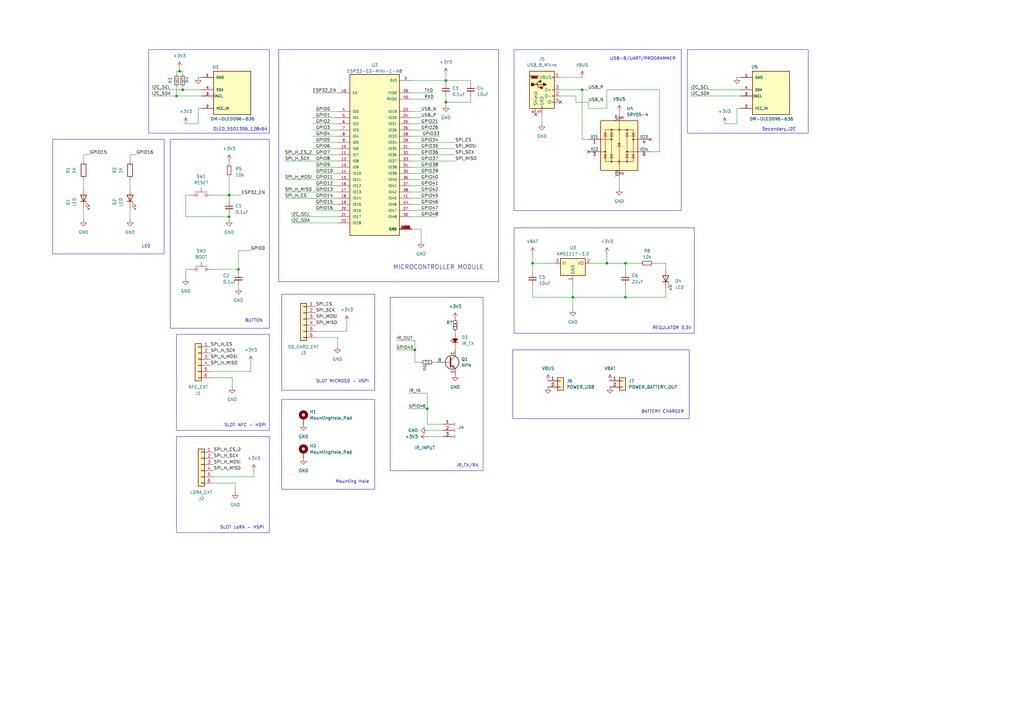
<source format=kicad_sch>
(kicad_sch (version 20231120) (generator "eeschema") (generator_version "8.0")
  (paper "A3")
  (title_block (title "SourceForge") (date "2024-12-31") (comment 1 "MIF") (comment 2 "SF"))
  (lib_symbols
    (symbol "Connector:Conn_01x03_Socket" (pin_names (offset 1.016) hide)
      (property "Reference" "J" (at 0 5.08 0))
      (property "Value" "Conn_01x03_Socket" (at 0 -5.08 0))
      (symbol "Conn_01x03_Socket_1_1"
        (pin passive line (at -5.08 2.54 0) (length 3.81) (name "Pin_1") (number "1"))
        (pin passive line (at -5.08 0 0) (length 3.81) (name "Pin_2") (number "2"))
        (pin passive line (at -5.08 -2.54 0) (length 3.81) (name "Pin_3") (number "3"))
      )
    )
    (symbol "Connector:USB_B_Micro" (pin_names (offset 1.016))
      (property "Reference" "J" (at -5.08 11.43 0))
      (property "Value" "USB_B_Micro" (at -5.08 8.89 0))
      (symbol "USB_B_Micro_1_1"
        (pin power_out line (at 7.62 5.08 180) (length 2.54) (name "VBUS") (number "1"))
        (pin bidirectional line (at 7.62 -2.54 180) (length 2.54) (name "D-") (number "2"))
        (pin bidirectional line (at 7.62 0 180) (length 2.54) (name "D+") (number "3"))
        (pin passive line (at 7.62 -5.08 180) (length 2.54) (name "ID") (number "4"))
        (pin power_out line (at 0 -10.16 90) (length 2.54) (name "GND") (number "5"))
        (pin passive line (at -2.54 -10.16 90) (length 2.54) (name "Shield") (number "6"))
      )
    )
    (symbol "Connector_Generic:Conn_01x02" (pin_names (offset 1.016) hide)
      (property "Reference" "J" (at 0 2.54 0))
      (property "Value" "Conn_01x02" (at 0 -5.08 0))
      (symbol "Conn_01x02_1_1"
        (pin passive line (at -5.08 0 0) (length 3.81) (name "Pin_1") (number "1"))
        (pin passive line (at -5.08 -2.54 0) (length 3.81) (name "Pin_2") (number "2"))
      )
    )
    (symbol "Connector_Generic:Conn_01x06" (pin_names (offset 1.016) hide)
      (property "Reference" "J" (at 0 7.62 0))
      (property "Value" "Conn_01x06" (at 0 -10.16 0))
      (symbol "Conn_01x06_1_1"
        (pin passive line (at -5.08 5.08 0) (length 3.81) (name "Pin_1") (number "1"))
        (pin passive line (at -5.08 2.54 0) (length 3.81) (name "Pin_2") (number "2"))
        (pin passive line (at -5.08 0 0) (length 3.81) (name "Pin_3") (number "3"))
        (pin passive line (at -5.08 -2.54 0) (length 3.81) (name "Pin_4") (number "4"))
        (pin passive line (at -5.08 -5.08 0) (length 3.81) (name "Pin_5") (number "5"))
        (pin passive line (at -5.08 -7.62 0) (length 3.81) (name "Pin_6") (number "6"))
      )
    )
    (symbol "DM-OLED096-636:DM-OLED096-636" (pin_names (offset 1.016))
      (property "Reference" "U" (at -7.62 10.922 0))
      (property "Value" "DM-OLED096-636" (at -7.62 -10.16 0))
      (symbol "DM-OLED096-636_0_0"
        (pin power_in line (at 12.7 -5.08 180) (length 5.08) (name "GND") (number "1"))
        (pin power_in line (at 12.7 7.62 180) (length 5.08) (name "VCC_IN") (number "2"))
        (pin input clock (at 12.7 2.54 180) (length 5.08) (name "SCL") (number "3"))
        (pin bidirectional line (at 12.7 0 180) (length 5.08) (name "SDA") (number "4"))
      )
    )
    (symbol "Device:C_Small" (pin_numbers hide) (pin_names (offset 0.254) hide)
      (property "Reference" "C" (at 0.254 1.778 0))
      (property "Value" "C_Small" (at 0.254 -2.032 0))
      (symbol "C_Small_1_1"
        (pin passive line (at 0 2.54 270) (length 2.032) (name "~") (number "1"))
        (pin passive line (at 0 -2.54 90) (length 2.032) (name "~") (number "2"))
      )
    )
    (symbol "Device:LED" (pin_numbers hide) (pin_names (offset 1.016) hide)
      (property "Reference" "D" (at 0 2.54 0))
      (property "Value" "LED" (at 0 -2.54 0))
      (symbol "LED_1_1"
        (pin passive line (at -3.81 0 0) (length 2.54) (name "K") (number "1"))
        (pin passive line (at 3.81 0 180) (length 2.54) (name "A") (number "2"))
      )
    )
    (symbol "Device:LED_Small_Filled" (pin_numbers hide) (pin_names (offset 0.254) hide)
      (property "Reference" "D" (at -1.27 3.175 0))
      (property "Value" "LED_Small_Filled" (at -4.445 -2.54 0))
      (symbol "LED_Small_Filled_1_1"
        (pin passive line (at -2.54 0 0) (length 1.778) (name "K") (number "1"))
        (pin passive line (at 2.54 0 180) (length 1.778) (name "A") (number "2"))
      )
    )
    (symbol "Device:R" (pin_numbers hide) (pin_names (offset 0))
      (property "Reference" "R" (at 2.032 0 90))
      (property "Value" "R" (at 0 0 90))
      (symbol "R_1_1"
        (pin passive line (at 0 3.81 270) (length 1.27) (name "~") (number "1"))
        (pin passive line (at 0 -3.81 90) (length 1.27) (name "~") (number "2"))
      )
    )
    (symbol "Device:R_Small" (pin_numbers hide) (pin_names (offset 0.254) hide)
      (property "Reference" "R" (at 0.762 0.508 0))
      (property "Value" "R_Small" (at 0.762 -1.016 0))
      (symbol "R_Small_1_1"
        (pin passive line (at 0 2.54 270) (length 0.762) (name "~") (number "1"))
        (pin passive line (at 0 -2.54 90) (length 0.762) (name "~") (number "2"))
      )
    )
    (symbol "ESP32-S3-MINI-1-N8:ESP32-S3-MINI-1-N8" (pin_names (offset 1.016))
      (property "Reference" "U" (at -10.16 34.29 0))
      (property "Value" "ESP32-S3-MINI-1-N8" (at -10.16 -35.56 0))
      (symbol "ESP32-S3-MINI-1-N8_0_0"
        (pin power_in line (at 15.24 -30.48 180) (length 5.08) (name "GND") (number "1"))
        (pin bidirectional line (at -15.24 2.54 0) (length 5.08) (name "IO6") (number "10"))
        (pin bidirectional line (at -15.24 0 0) (length 5.08) (name "IO7") (number "11"))
        (pin bidirectional line (at -15.24 -2.54 0) (length 5.08) (name "IO8") (number "12"))
        (pin bidirectional line (at -15.24 -5.08 0) (length 5.08) (name "IO9") (number "13"))
        (pin bidirectional line (at -15.24 -7.62 0) (length 5.08) (name "IO10") (number "14"))
        (pin bidirectional line (at -15.24 -10.16 0) (length 5.08) (name "IO11") (number "15"))
        (pin bidirectional line (at -15.24 -12.7 0) (length 5.08) (name "IO12") (number "16"))
        (pin bidirectional line (at -15.24 -15.24 0) (length 5.08) (name "IO13") (number "17"))
        (pin bidirectional line (at -15.24 -17.78 0) (length 5.08) (name "IO14") (number "18"))
        (pin bidirectional line (at -15.24 -20.32 0) (length 5.08) (name "IO15") (number "19"))
        (pin power_in line (at 15.24 -30.48 180) (length 5.08) (name "GND") (number "2"))
        (pin bidirectional line (at -15.24 -22.86 0) (length 5.08) (name "IO16") (number "20"))
        (pin bidirectional line (at -15.24 -25.4 0) (length 5.08) (name "IO17") (number "21"))
        (pin bidirectional line (at -15.24 -27.94 0) (length 5.08) (name "IO18") (number "22"))
        (pin bidirectional line (at 15.24 17.78 180) (length 5.08) (name "IO19") (number "23"))
        (pin bidirectional line (at 15.24 15.24 180) (length 5.08) (name "IO20") (number "24"))
        (pin bidirectional line (at 15.24 12.7 180) (length 5.08) (name "IO21") (number "25"))
        (pin bidirectional line (at 15.24 10.16 180) (length 5.08) (name "IO26") (number "26"))
        (pin bidirectional line (at 15.24 -22.86 180) (length 5.08) (name "IO47") (number "27"))
        (pin bidirectional line (at 15.24 7.62 180) (length 5.08) (name "IO33") (number "28"))
        (pin bidirectional line (at 15.24 5.08 180) (length 5.08) (name "IO34") (number "29"))
        (pin power_in line (at 15.24 30.48 180) (length 5.08) (name "3V3") (number "3"))
        (pin bidirectional line (at 15.24 -25.4 180) (length 5.08) (name "IO48") (number "30"))
        (pin bidirectional line (at 15.24 2.54 180) (length 5.08) (name "IO35") (number "31"))
        (pin bidirectional line (at 15.24 0 180) (length 5.08) (name "IO36") (number "32"))
        (pin bidirectional line (at 15.24 -2.54 180) (length 5.08) (name "IO37") (number "33"))
        (pin bidirectional line (at 15.24 -5.08 180) (length 5.08) (name "IO38") (number "34"))
        (pin bidirectional line (at 15.24 -7.62 180) (length 5.08) (name "IO39") (number "35"))
        (pin bidirectional line (at 15.24 -10.16 180) (length 5.08) (name "IO40") (number "36"))
        (pin bidirectional line (at 15.24 -12.7 180) (length 5.08) (name "IO41") (number "37"))
        (pin bidirectional line (at 15.24 -15.24 180) (length 5.08) (name "IO42") (number "38"))
        (pin bidirectional line (at 15.24 25.4 180) (length 5.08) (name "TXD0") (number "39"))
        (pin bidirectional line (at -15.24 17.78 0) (length 5.08) (name "IO0") (number "4"))
        (pin bidirectional line (at 15.24 22.86 180) (length 5.08) (name "RXD0") (number "40"))
        (pin bidirectional line (at 15.24 -17.78 180) (length 5.08) (name "IO45") (number "41"))
        (pin power_in line (at 15.24 -30.48 180) (length 5.08) (name "GND") (number "42"))
        (pin power_in line (at 15.24 -30.48 180) (length 5.08) (name "GND") (number "43"))
        (pin bidirectional line (at 15.24 -20.32 180) (length 5.08) (name "IO46") (number "44"))
        (pin input line (at -15.24 25.4 0) (length 5.08) (name "EN") (number "45"))
        (pin power_in line (at 15.24 -30.48 180) (length 5.08) (name "GND") (number "46"))
        (pin power_in line (at 15.24 -30.48 180) (length 5.08) (name "GND") (number "47"))
        (pin power_in line (at 15.24 -30.48 180) (length 5.08) (name "GND") (number "48"))
        (pin power_in line (at 15.24 -30.48 180) (length 5.08) (name "GND") (number "49"))
        (pin bidirectional line (at -15.24 15.24 0) (length 5.08) (name "IO1") (number "5"))
        (pin power_in line (at 15.24 -30.48 180) (length 5.08) (name "GND") (number "50"))
        (pin power_in line (at 15.24 -30.48 180) (length 5.08) (name "GND") (number "51"))
        (pin power_in line (at 15.24 -30.48 180) (length 5.08) (name "GND") (number "52"))
        (pin power_in line (at 15.24 -30.48 180) (length 5.08) (name "GND") (number "53"))
        (pin power_in line (at 15.24 -30.48 180) (length 5.08) (name "GND") (number "54"))
        (pin power_in line (at 15.24 -30.48 180) (length 5.08) (name "GND") (number "55"))
        (pin power_in line (at 15.24 -30.48 180) (length 5.08) (name "GND") (number "56"))
        (pin power_in line (at 15.24 -30.48 180) (length 5.08) (name "GND") (number "57"))
        (pin power_in line (at 15.24 -30.48 180) (length 5.08) (name "GND") (number "58"))
        (pin power_in line (at 15.24 -30.48 180) (length 5.08) (name "GND") (number "59"))
        (pin bidirectional line (at -15.24 12.7 0) (length 5.08) (name "IO2") (number "6"))
        (pin power_in line (at 15.24 -30.48 180) (length 5.08) (name "GND") (number "60"))
        (pin power_in line (at 15.24 -30.48 180) (length 5.08) (name "GND") (number "61"))
        (pin power_in line (at 15.24 -30.48 180) (length 5.08) (name "GND") (number "61_1"))
        (pin power_in line (at 15.24 -30.48 180) (length 5.08) (name "GND") (number "61_2"))
        (pin power_in line (at 15.24 -30.48 180) (length 5.08) (name "GND") (number "61_3"))
        (pin power_in line (at 15.24 -30.48 180) (length 5.08) (name "GND") (number "61_4"))
        (pin power_in line (at 15.24 -30.48 180) (length 5.08) (name "GND") (number "61_5"))
        (pin power_in line (at 15.24 -30.48 180) (length 5.08) (name "GND") (number "61_6"))
        (pin power_in line (at 15.24 -30.48 180) (length 5.08) (name "GND") (number "61_7"))
        (pin power_in line (at 15.24 -30.48 180) (length 5.08) (name "GND") (number "61_8"))
        (pin power_in line (at 15.24 -30.48 180) (length 5.08) (name "GND") (number "62"))
        (pin power_in line (at 15.24 -30.48 180) (length 5.08) (name "GND") (number "63"))
        (pin power_in line (at 15.24 -30.48 180) (length 5.08) (name "GND") (number "64"))
        (pin power_in line (at 15.24 -30.48 180) (length 5.08) (name "GND") (number "65"))
        (pin bidirectional line (at -15.24 10.16 0) (length 5.08) (name "IO3") (number "7"))
        (pin bidirectional line (at -15.24 7.62 0) (length 5.08) (name "IO4") (number "8"))
        (pin bidirectional line (at -15.24 5.08 0) (length 5.08) (name "IO5") (number "9"))
      )
    )
    (symbol "GND_10" (power) (pin_names (offset 0))
      (property "Value" "GND" (at 0 -3.81 0))
      (symbol "GND_10_1_1"
        (pin power_in line (at 0 0 270) (length 0) hide (name "GND") (number "1"))
      )
    )
    (symbol "GND_11" (power) (pin_names (offset 0))
      (property "Value" "GND" (at 0 -3.81 0))
      (symbol "GND_11_1_1"
        (pin power_in line (at 0 0 270) (length 0) hide (name "GND") (number "1"))
      )
    )
    (symbol "GND_12" (power) (pin_names (offset 0))
      (property "Value" "GND" (at 0 -3.81 0))
      (symbol "GND_12_1_1"
        (pin power_in line (at 0 0 270) (length 0) hide (name "GND") (number "1"))
      )
    )
    (symbol "GND_2" (power) (pin_names (offset 0))
      (property "Value" "GND" (at 0 -3.81 0))
      (symbol "GND_2_1_1"
        (pin power_in line (at 0 0 270) (length 0) hide (name "GND") (number "1"))
      )
    )
    (symbol "GND_6" (power) (pin_names (offset 0))
      (property "Value" "GND" (at 0 -3.81 0))
      (symbol "GND_6_1_1"
        (pin power_in line (at 0 0 270) (length 0) hide (name "GND") (number "1"))
      )
    )
    (symbol "GND_7" (power) (pin_names (offset 0))
      (property "Value" "GND" (at 0 -3.81 0))
      (symbol "GND_7_1_1"
        (pin power_in line (at 0 0 270) (length 0) hide (name "GND") (number "1"))
      )
    )
    (symbol "Mechanical:MountingHole_Pad" (pin_numbers hide) (pin_names (offset 1.016) hide) (exclude_from_sim yes) (in_bom no)
      (property "Reference" "H" (at 0 6.35 0))
      (property "Value" "MountingHole_Pad" (at 0 4.445 0))
      (symbol "MountingHole_Pad_1_1"
        (pin input line (at 0 -2.54 90) (length 2.54) (name "1") (number "1"))
      )
    )
    (symbol "Power_Protection:SRV05-4" (pin_names (offset 0))
      (property "Reference" "U" (at -5.08 11.43 0))
      (property "Value" "SRV05-4" (at 2.54 11.43 0))
      (symbol "SRV05-4_1_1"
        (pin passive line (at -12.7 2.54 0) (length 5.08) (name "IO1") (number "1"))
        (pin passive line (at 0 -12.7 90) (length 2.54) (name "VN") (number "2"))
        (pin passive line (at -12.7 -2.54 0) (length 5.08) (name "IO2") (number "3"))
        (pin passive line (at 12.7 2.54 180) (length 5.08) (name "IO3") (number "4"))
        (pin passive line (at 0 12.7 270) (length 2.54) (name "VP") (number "5"))
        (pin passive line (at 12.7 -2.54 180) (length 5.08) (name "IO4") (number "6"))
      )
    )
    (symbol "Regulator_Linear:AMS1117-3.3"
      (property "Reference" "U" (at -3.81 3.175 0))
      (property "Value" "AMS1117-3.3" (at 0 3.175 0))
      (symbol "AMS1117-3.3_1_1"
        (pin power_in line (at 0 -7.62 90) (length 2.54) (name "GND") (number "1"))
        (pin power_out line (at 7.62 0 180) (length 2.54) (name "VO") (number "2"))
        (pin power_in line (at -7.62 0 0) (length 2.54) (name "VI") (number "3"))
      )
    )
    (symbol "Simulation_SPICE:NPN" (pin_numbers hide) (pin_names (offset 0))
      (property "Reference" "Q" (at -2.54 7.62 0))
      (property "Value" "NPN" (at -2.54 5.08 0))
      (symbol "NPN_1_1"
        (pin open_collector line (at 2.54 5.08 270) (length 2.54) (name "C") (number "1"))
        (pin input line (at -5.08 0 0) (length 2.54) (name "B") (number "2"))
        (pin open_emitter line (at 2.54 -5.08 90) (length 2.54) (name "E") (number "3"))
      )
    )
    (symbol "Switch:SW_Push" (pin_numbers hide) (pin_names (offset 1.016) hide)
      (property "Reference" "SW" (at 1.27 2.54 0))
      (property "Value" "SW_Push" (at 0 -1.524 0))
      (symbol "SW_Push_0_1"
        (pin passive line (at -5.08 0 0) (length 2.54) (name "1") (number "1"))
        (pin passive line (at 5.08 0 180) (length 2.54) (name "2") (number "2"))
      )
    )
    (symbol "power:+3V3" (power) (pin_numbers hide) (pin_names (offset 0) hide)
      (property "Value" "+3V3" (at 0 3.556 0))
      (symbol "+3V3_1_1"
        (pin power_in line (at 0 0 90) (length 0) (name "~") (number "1"))
      )
    )
    (symbol "power:+BATT" (power) (pin_numbers hide) (pin_names (offset 0) hide)
      (property "Value" "+BATT" (at 0 3.556 0))
      (symbol "+BATT_1_1"
        (pin power_in line (at 0 0 90) (length 0) (name "~") (number "1"))
      )
    )
    (symbol "power:GND" (power) (pin_numbers hide) (pin_names (offset 0) hide)
      (property "Value" "GND" (at 0 -3.81 0))
      (symbol "GND_1_1"
        (pin power_in line (at 0 0 270) (length 0) (name "~") (number "1"))
      )
    )
    (symbol "power:VBUS" (power) (pin_numbers hide) (pin_names (offset 0) hide)
      (property "Value" "VBUS" (at 0 3.556 0))
      (symbol "VBUS_1_1"
        (pin power_in line (at 0 0 90) (length 0) (name "~") (number "1"))
      )
    )
  )
  (junction (at 93.98 88.9))
  (junction (at 74.93 36.83))
  (junction (at 175.26 167.64))
  (junction (at 248.92 107.95))
  (junction (at 73.66 29.21))
  (junction (at 256.54 121.92))
  (junction (at 234.95 121.92))
  (junction (at 182.88 41.91))
  (junction (at 256.54 107.95))
  (junction (at 238.76 36.83))
  (junction (at 93.98 80.01))
  (junction (at 72.39 39.37))
  (junction (at 182.88 33.02))
  (junction (at 97.79 110.49))
  (junction (at 170.18 143.51))
  (junction (at 218.44 107.95))
  (no_connect (at 219.71 46.99))
  (no_connect (at 229.87 41.91))
  (no_connect (at 266.7 57.15))
  (no_connect (at 241.3 62.23))
  (wire (pts (xy 53.34 63.5) (xy 53.34 66.04)))
  (wire (pts (xy 248.92 44.45) (xy 241.3 44.45)))
  (wire (pts (xy 180.34 55.88) (xy 168.91 55.88)))
  (wire (pts (xy 234.95 115.57) (xy 234.95 121.92)))
  (wire (pts (xy 102.87 152.4) (xy 102.87 148.59)))
  (wire (pts (xy 95.25 154.94) (xy 95.25 158.75)))
  (wire (pts (xy 87.63 80.01) (xy 93.98 80.01)))
  (wire (pts (xy 93.98 72.39) (xy 93.98 80.01)))
  (wire (pts (xy 168.91 53.34) (xy 179.07 53.34)))
  (wire (pts (xy 168.91 68.58) (xy 179.07 68.58)))
  (wire (pts (xy 236.22 39.37) (xy 236.22 41.91)))
  (wire (pts (xy 74.93 35.56) (xy 74.93 36.83)))
  (wire (pts (xy 116.84 78.74) (xy 138.43 78.74)))
  (wire (pts (xy 175.26 161.29) (xy 167.64 161.29)))
  (wire (pts (xy 116.84 63.5) (xy 138.43 63.5)))
  (wire (pts (xy 193.04 41.91) (xy 182.88 41.91)))
  (wire (pts (xy 182.88 34.29) (xy 182.88 33.02)))
  (wire (pts (xy 53.34 77.47) (xy 53.34 73.66)))
  (wire (pts (xy 170.18 139.7) (xy 162.56 139.7)))
  (wire (pts (xy 97.79 111.76) (xy 97.79 110.49)))
  (wire (pts (xy 62.23 36.83) (xy 74.93 36.83)))
  (wire (pts (xy 177.8 148.59) (xy 179.07 148.59)))
  (wire (pts (xy 128.27 48.26) (xy 138.43 48.26)))
  (wire (pts (xy 273.05 118.11) (xy 273.05 121.92)))
  (wire (pts (xy 93.98 87.63) (xy 93.98 88.9)))
  (wire (pts (xy 128.27 50.8) (xy 138.43 50.8)))
  (wire (pts (xy 267.97 107.95) (xy 273.05 107.95)))
  (wire (pts (xy 72.39 30.48) (xy 72.39 29.21)))
  (wire (pts (xy 97.79 116.84) (xy 97.79 118.11)))
  (wire (pts (xy 119.38 91.44) (xy 138.43 91.44)))
  (wire (pts (xy 302.26 44.45) (xy 303.53 44.45)))
  (wire (pts (xy 168.91 58.42) (xy 186.69 58.42)))
  (wire (pts (xy 256.54 107.95) (xy 262.89 107.95)))
  (wire (pts (xy 248.92 107.95) (xy 248.92 104.14)))
  (wire (pts (xy 55.88 63.5) (xy 53.34 63.5)))
  (wire (pts (xy 129.54 68.58) (xy 138.43 68.58)))
  (wire (pts (xy 128.27 58.42) (xy 138.43 58.42)))
  (wire (pts (xy 193.04 39.37) (xy 193.04 41.91)))
  (wire (pts (xy 34.29 63.5) (xy 34.29 66.04)))
  (wire (pts (xy 256.54 116.84) (xy 256.54 121.92)))
  (wire (pts (xy 229.87 31.75) (xy 238.76 31.75)))
  (wire (pts (xy 182.88 30.48) (xy 182.88 33.02)))
  (wire (pts (xy 162.56 143.51) (xy 170.18 143.51)))
  (wire (pts (xy 168.91 88.9) (xy 179.07 88.9)))
  (wire (pts (xy 168.91 40.64) (xy 177.8 40.64)))
  (wire (pts (xy 81.28 44.45) (xy 82.55 44.45)))
  (wire (pts (xy 270.51 36.83) (xy 248.92 36.83)))
  (wire (pts (xy 168.91 66.04) (xy 186.69 66.04)))
  (wire (pts (xy 129.54 83.82) (xy 138.43 83.82)))
  (wire (pts (xy 97.79 102.87) (xy 97.79 110.49)))
  (wire (pts (xy 182.88 33.02) (xy 193.04 33.02)))
  (wire (pts (xy 93.98 88.9) (xy 76.2 88.9)))
  (wire (pts (xy 74.93 36.83) (xy 82.55 36.83)))
  (wire (pts (xy 167.64 167.64) (xy 175.26 167.64)))
  (wire (pts (xy 142.24 135.89) (xy 142.24 132.08)))
  (wire (pts (xy 241.3 44.45) (xy 241.3 41.91)))
  (wire (pts (xy 116.84 66.04) (xy 138.43 66.04)))
  (wire (pts (xy 170.18 143.51) (xy 170.18 148.59)))
  (wire (pts (xy 218.44 116.84) (xy 218.44 121.92)))
  (wire (pts (xy 128.27 38.1) (xy 138.43 38.1)))
  (wire (pts (xy 77.47 80.01) (xy 76.2 80.01)))
  (wire (pts (xy 182.88 39.37) (xy 182.88 41.91)))
  (wire (pts (xy 218.44 121.92) (xy 234.95 121.92)))
  (wire (pts (xy 254 72.39) (xy 254 77.47)))
  (wire (pts (xy 62.23 39.37) (xy 72.39 39.37)))
  (wire (pts (xy 53.34 90.17) (xy 53.34 85.09)))
  (wire (pts (xy 129.54 76.2) (xy 138.43 76.2)))
  (wire (pts (xy 76.2 110.49) (xy 76.2 114.3)))
  (wire (pts (xy 99.06 80.01) (xy 93.98 80.01)))
  (wire (pts (xy 34.29 90.17) (xy 34.29 85.09)))
  (wire (pts (xy 270.51 62.23) (xy 270.51 36.83)))
  (wire (pts (xy 168.91 71.12) (xy 179.07 71.12)))
  (wire (pts (xy 128.27 60.96) (xy 138.43 60.96)))
  (wire (pts (xy 73.66 29.21) (xy 74.93 29.21)))
  (wire (pts (xy 86.36 154.94) (xy 95.25 154.94)))
  (wire (pts (xy 238.76 36.83) (xy 241.3 36.83)))
  (wire (pts (xy 87.63 110.49) (xy 97.79 110.49)))
  (wire (pts (xy 168.91 63.5) (xy 186.69 63.5)))
  (wire (pts (xy 236.22 41.91) (xy 241.3 41.91)))
  (wire (pts (xy 72.39 29.21) (xy 73.66 29.21)))
  (wire (pts (xy 218.44 107.95) (xy 218.44 111.76)))
  (wire (pts (xy 119.38 88.9) (xy 138.43 88.9)))
  (wire (pts (xy 193.04 34.29) (xy 193.04 33.02)))
  (wire (pts (xy 175.26 173.99) (xy 181.61 173.99)))
  (wire (pts (xy 254 45.72) (xy 254 46.99)))
  (wire (pts (xy 116.84 81.28) (xy 138.43 81.28)))
  (wire (pts (xy 93.98 67.31) (xy 93.98 66.04)))
  (wire (pts (xy 116.84 73.66) (xy 138.43 73.66)))
  (wire (pts (xy 273.05 121.92) (xy 256.54 121.92)))
  (wire (pts (xy 76.2 50.8) (xy 81.28 50.8)))
  (wire (pts (xy 234.95 121.92) (xy 234.95 127)))
  (wire (pts (xy 182.88 41.91) (xy 182.88 43.18)))
  (wire (pts (xy 238.76 57.15) (xy 238.76 36.83)))
  (wire (pts (xy 303.53 31.75) (xy 302.26 31.75)))
  (wire (pts (xy 168.91 83.82) (xy 179.07 83.82)))
  (wire (pts (xy 256.54 111.76) (xy 256.54 107.95)))
  (wire (pts (xy 129.54 45.72) (xy 138.43 45.72)))
  (wire (pts (xy 222.25 46.99) (xy 222.25 50.8)))
  (wire (pts (xy 175.26 179.07) (xy 181.61 179.07)))
  (wire (pts (xy 238.76 57.15) (xy 241.3 57.15)))
  (wire (pts (xy 168.91 33.02) (xy 182.88 33.02)))
  (wire (pts (xy 168.91 86.36) (xy 179.07 86.36)))
  (wire (pts (xy 36.83 63.5) (xy 34.29 63.5)))
  (wire (pts (xy 234.95 121.92) (xy 256.54 121.92)))
  (wire (pts (xy 168.91 45.72) (xy 172.72 45.72)))
  (wire (pts (xy 242.57 107.95) (xy 248.92 107.95)))
  (wire (pts (xy 168.91 50.8) (xy 179.07 50.8)))
  (wire (pts (xy 297.18 50.8) (xy 302.26 50.8)))
  (wire (pts (xy 168.91 48.26) (xy 172.72 48.26)))
  (wire (pts (xy 186.69 142.24) (xy 186.69 143.51)))
  (wire (pts (xy 86.36 152.4) (xy 102.87 152.4)))
  (wire (pts (xy 218.44 104.14) (xy 218.44 107.95)))
  (wire (pts (xy 87.63 195.58) (xy 104.14 195.58)))
  (wire (pts (xy 82.55 31.75) (xy 81.28 31.75)))
  (wire (pts (xy 129.54 71.12) (xy 138.43 71.12)))
  (wire (pts (xy 87.63 198.12) (xy 96.52 198.12)))
  (wire (pts (xy 175.26 161.29) (xy 175.26 167.64)))
  (wire (pts (xy 168.91 81.28) (xy 179.07 81.28)))
  (wire (pts (xy 74.93 29.21) (xy 74.93 30.48)))
  (wire (pts (xy 283.21 39.37) (xy 303.53 39.37)))
  (wire (pts (xy 129.54 138.43) (xy 138.43 138.43)))
  (wire (pts (xy 168.91 76.2) (xy 179.07 76.2)))
  (wire (pts (xy 273.05 107.95) (xy 273.05 110.49)))
  (wire (pts (xy 128.27 55.88) (xy 138.43 55.88)))
  (wire (pts (xy 170.18 139.7) (xy 170.18 143.51)))
  (wire (pts (xy 129.54 135.89) (xy 142.24 135.89)))
  (wire (pts (xy 93.98 88.9) (xy 93.98 90.17)))
  (wire (pts (xy 218.44 107.95) (xy 227.33 107.95)))
  (wire (pts (xy 170.18 148.59) (xy 172.72 148.59)))
  (wire (pts (xy 172.72 93.98) (xy 172.72 99.06)))
  (wire (pts (xy 168.91 73.66) (xy 179.07 73.66)))
  (wire (pts (xy 238.76 36.83) (xy 229.87 36.83)))
  (wire (pts (xy 104.14 195.58) (xy 104.14 193.04)))
  (wire (pts (xy 96.52 198.12) (xy 96.52 201.93)))
  (wire (pts (xy 138.43 138.43) (xy 138.43 142.24)))
  (wire (pts (xy 76.2 88.9) (xy 76.2 80.01)))
  (wire (pts (xy 128.27 53.34) (xy 138.43 53.34)))
  (wire (pts (xy 72.39 39.37) (xy 82.55 39.37)))
  (wire (pts (xy 175.26 176.53) (xy 181.61 176.53)))
  (wire (pts (xy 186.69 135.89) (xy 186.69 137.16)))
  (wire (pts (xy 229.87 39.37) (xy 236.22 39.37)))
  (wire (pts (xy 77.47 110.49) (xy 76.2 110.49)))
  (wire (pts (xy 168.91 93.98) (xy 172.72 93.98)))
  (wire (pts (xy 248.92 107.95) (xy 256.54 107.95)))
  (wire (pts (xy 283.21 36.83) (xy 303.53 36.83)))
  (wire (pts (xy 168.91 78.74) (xy 179.07 78.74)))
  (wire (pts (xy 72.39 35.56) (xy 72.39 39.37)))
  (wire (pts (xy 248.92 36.83) (xy 248.92 44.45)))
  (wire (pts (xy 73.66 27.94) (xy 73.66 29.21)))
  (wire (pts (xy 266.7 62.23) (xy 270.51 62.23)))
  (wire (pts (xy 168.91 38.1) (xy 177.8 38.1)))
  (wire (pts (xy 175.26 167.64) (xy 175.26 173.99)))
  (wire (pts (xy 129.54 86.36) (xy 138.43 86.36)))
  (wire (pts (xy 81.28 50.8) (xy 81.28 44.45)))
  (wire (pts (xy 102.87 102.87) (xy 97.79 102.87)))
  (wire (pts (xy 302.26 50.8) (xy 302.26 44.45)))
  (wire (pts (xy 168.91 60.96) (xy 186.69 60.96)))
  (wire (pts (xy 34.29 77.47) (xy 34.29 73.66)))
  (wire (pts (xy 93.98 80.01) (xy 93.98 82.55)))
  (rectangle (start 281.94 20.32) (end 331.47 54.61))
  (rectangle (start 72.39 137.16) (end 110.49 176.53))
  (rectangle (start 69.85 57.15) (end 110.49 134.62))
  (rectangle (start 115.57 163.83) (end 153.67 200.66))
  (rectangle (start 210.82 93.472) (end 284.734 136.652))
  (rectangle (start 72.39 179.07) (end 110.49 218.44))
  (rectangle (start 210.82 20.32) (end 279.4 86.36))
  (rectangle (start 114.3 20.32) (end 204.47 115.57))
  (rectangle (start 60.96 20.32) (end 110.49 54.61))
  (rectangle (start 21.59 57.15) (end 67.31 104.14))
  (rectangle (start 160.02 121.92) (end 198.12 193.04))
  (rectangle (start 210.312 143.51) (end 282.702 171.704))
  (rectangle (start 115.57 120.65) (end 153.67 160.02))
  (text "USB-B/UART/PROGRAMMER" (at 263.652 24.13 0) (effects (font (size 1.27 1.27))))
  (text "OLED_SSD1306_128x64" (at 98.552 53.086 0) (effects (font (size 1.27 1.27))))
  (text "Mounting Hole\n" (at 144.526 197.612 0) (effects (font (size 1.27 1.27))))
  (text "LED\n" (at 59.944 101.092 0) (effects (font (size 1.27 1.27))))
  (text "SLOT NFC - HSPI\n" (at 100.584 174.498 0) (effects (font (size 1.27 1.27))))
  (text "REGULATOR 3.3V" (at 275.59 134.62 0) (effects (font (size 1.27 1.27))))
  (text "SLOT LoRA - HSPI" (at 99.314 216.408 0) (effects (font (size 1.27 1.27))))
  (text "Secondary_I2C" (at 319.532 53.086 0) (effects (font (size 1.27 1.27))))
  (text "BATTERY CHARGER" (at 271.78 168.91 0) (effects (font (size 1.27 1.27))))
  (text "BUTTON" (at 104.14 131.572 0) (effects (font (size 1.27 1.27))))
  (text "MICROCONTROLLER MODULE" (at 179.832 109.728 0) (effects (font (size 1.778 1.778))))
  (text "IR_TX/RX" (at 191.77 191.008 0) (effects (font (size 1.27 1.27))))
  (text "SLOT MICROSD - VSPI" (at 140.462 156.464 0) (effects (font (size 1.27 1.27))))
  (label "GPIO46" (at 172.72 83.82 0))
  (label "GPIO15" (at 129.54 83.82 0))
  (label "GPIO8" (at 129.54 66.04 0))
  (label "GPIO9" (at 129.54 68.58 0))
  (label "IR_IN" (at 167.64 161.29 0))
  (label "GPIO13" (at 129.54 78.74 0))
  (label "USB_P" (at 241.3 36.83 0))
  (label "GPIO42" (at 172.72 78.74 0))
  (label "GPIO39" (at 172.72 71.12 0))
  (label "GPIO10" (at 129.54 71.12 0))
  (label "SPI_H_MOSI" (at 87.63 190.5 0))
  (label "SPI_H_MOSI" (at 116.84 73.66 0))
  (label "GPIO35" (at 172.72 60.96 0))
  (label "I2C_SDA" (at 119.38 91.44 0))
  (label "GPIO16" (at 55.88 63.5 0))
  (label "GPIO47" (at 172.72 86.36 0))
  (label "SPI_CS" (at 186.69 58.42 0))
  (label "SPI_H_MISO" (at 116.84 78.74 0))
  (label "SPI_H_MOSI" (at 86.36 147.32 0))
  (label "GPIO21" (at 172.72 50.8 0))
  (label "SPI_H_MISO" (at 86.36 149.86 0))
  (label "I2C_SCL" (at 62.23 36.83 0))
  (label "GPIO1" (at 129.54 48.26 0))
  (label "GPIO12" (at 129.54 76.2 0))
  (label "SPI_H_SCK" (at 87.63 187.96 0))
  (label "SPI_H_CS" (at 116.84 81.28 0))
  (label "GPIO26" (at 172.72 53.34 0))
  (label "SPI_H_SCK" (at 116.84 66.04 0))
  (label "USB_N" (at 172.72 45.72 0))
  (label "SPI_H_SCK" (at 86.36 144.78 0))
  (label "SPI_H_CS" (at 86.36 142.24 0))
  (label "GPIO45" (at 172.72 81.28 0))
  (label "GPIO5" (at 129.54 58.42 0))
  (label "I2C_SDA" (at 283.21 39.37 0))
  (label "SPI_CS" (at 129.54 125.73 0))
  (label "I2C_SCL" (at 119.38 88.9 0))
  (label "ESP32_EN" (at 99.06 80.01 0))
  (label "GPIO40" (at 172.72 73.66 0))
  (label "GPIO34" (at 172.72 58.42 0))
  (label "GPIO0" (at 129.54 45.72 0))
  (label "SPI_MISO" (at 129.54 133.35 0))
  (label "GPIO11" (at 129.54 73.66 0))
  (label "GPIO36" (at 172.72 63.5 0))
  (label "GPIO7" (at 129.54 63.5 0))
  (label "GPIO46" (at 167.64 167.64 0))
  (label "GPIO48" (at 172.72 88.9 0))
  (label "RXD" (at 173.99 40.64 0))
  (label "TXD" (at 173.99 38.1 0))
  (label "GPIO37" (at 172.72 66.04 0))
  (label "USB_N" (at 241.3 41.91 0))
  (label "I2C_SCL" (at 283.21 36.83 0))
  (label "GPIO0" (at 102.87 102.87 0))
  (label "USB_P" (at 172.72 48.26 0))
  (label "GPIO45" (at 162.56 143.51 0))
  (label "GPIO14" (at 129.54 81.28 0))
  (label "GPIO6" (at 129.54 60.96 0))
  (label "IR_OUT" (at 162.56 139.7 0))
  (label "SPI_H_CS_2" (at 116.84 63.5 0))
  (label "GPIO41" (at 172.72 76.2 0))
  (label "GPIO15" (at 36.83 63.5 0))
  (label "GPIO4" (at 129.54 55.88 0))
  (label "ESP32_EN" (at 128.27 38.1 0))
  (label "SPI_SCK" (at 186.69 63.5 0))
  (label "GPIO38" (at 172.72 68.58 0))
  (label "SPI_H_MISO" (at 87.63 193.04 0))
  (label "GPIO2" (at 129.54 50.8 0))
  (label "SPI_H_CS_2" (at 87.63 185.42 0))
  (label "I2C_SDA" (at 62.23 39.37 0))
  (label "SPI_MISO" (at 186.69 66.04 0))
  (label "GPIO3" (at 129.54 53.34 0))
  (label "SPI_MOSI" (at 186.69 60.96 0))
  (label "GPIO16" (at 129.54 86.36 0))
  (label "SPI_SCK" (at 129.54 128.27 0))
  (label "SPI_MOSI" (at 129.54 130.81 0))
  (label "GPIO33" (at 180.34 55.88 180))
  (symbol (lib_id "power:GND") (at 175.26 176.53 270) (unit 1)
    (property "Reference" "#PWR019" (effects (hide yes)))
    (property "Value" "GND" (at 171.45 176.5299 90) (effects (justify right)))
    (property "Description" "Power symbol creates a global label with name \"GND\" , ground" (effects (hide yes)))
  )
  (symbol (lib_id "Connector:USB_B_Micro") (at 222.25 36.83 0) (unit 1)
    (property "Reference" "J5" (at 222.25 24.13 0))
    (property "Value" "USB_B_Micro" (at 222.25 26.67 0))
    (property "Footprint" "Connector_PinSocket_2.54mm:PinSocket_1x05_P2.54mm_Vertical" (effects (hide yes)))
    (property "Description" "USB Micro Type B connector" (effects (hide yes)))
  )
  (symbol (lib_id "power:VBUS") (at 224.79 156.21 0) (unit 1)
    (property "Reference" "#PWR027" (effects (hide yes)))
    (property "Value" "VBUS" (at 224.79 151.13 0))
    (property "Description" "Power symbol creates a global label with name \"VBUS\"" (effects (hide yes)))
  )
  (symbol (lib_id "Simulation_SPICE:NPN") (at 184.15 148.59 0) (unit 1)
    (property "Reference" "Q1" (at 189.23 147.3199 0) (effects (justify left)))
    (property "Value" "NPN" (at 189.23 149.8599 0) (effects (justify left)))
    (property "Footprint" "Package_TO_SOT_SMD:SOT-23_Handsoldering" (effects (hide yes)))
    (property "Datasheet" "https://ngspice.sourceforge.io/docs/ngspice-html-manual/manual.xhtml#cha_BJTs" (effects (hide yes)))
    (property "Description" "Bipolar transistor symbol for simulation only, substrate tied to the emitter" (effects (hide yes)))
    (property "Sim.Device" "NPN" (effects (hide yes)))
    (property "Sim.Type" "GUMMELPOON" (effects (hide yes)))
    (property "Sim.Pins" "1=C 2=B 3=E" (effects (hide yes)))
  )
  (symbol (lib_id "power:+3V3") (at 186.69 130.81 0) (unit 1)
    (property "Reference" "#PWR023" (effects (hide yes)))
    (property "Value" "+3V3" (at 186.69 125.73 0))
    (property "Description" "Power symbol creates a global label with name \"+3V3\"" (effects (hide yes)))
  )
  (symbol (lib_id "power:GND") (at 250.19 158.75 0) (mirror y) (unit 1)
    (property "Reference" "#PWR033" (effects (hide yes)))
    (property "Value" "GND" (effects (hide yes)))
    (property "Description" "Power symbol creates a global label with name \"GND\" , ground" (effects (hide yes)))
  )
  (symbol (lib_id "Device:R_Small") (at 74.93 33.02 180) (unit 1)
    (property "Reference" "R4" (at 76.708 32.766 90))
    (property "Value" "4k7" (at 74.93 33.02 90) (effects (font (size 0.762 0.762))))
    (property "Footprint" "Resistor_SMD:R_0603_1608Metric" (effects (hide yes)))
    (property "Description" "Resistor, small symbol" (effects (hide yes)))
  )
  (symbol (lib_id "power:GND") (at 53.34 90.17 0) (unit 1)
    (property "Reference" "#PWR02" (effects (hide yes)))
    (property "Value" "GND" (at 53.34 95.25 0))
    (property "Description" "Power symbol creates a global label with name \"GND\" , ground" (effects (hide yes)))
  )
  (symbol (lib_id "Device:R_Small") (at 175.26 148.59 90) (unit 1)
    (property "Reference" "R6" (at 174.244 150.876 0))
    (property "Value" "1k" (at 175.26 148.59 90))
    (property "Footprint" "Resistor_SMD:R_0603_1608Metric" (effects (hide yes)))
    (property "Description" "Resistor, small symbol" (effects (hide yes)))
  )
  (symbol (lib_id "power:GND") (at 302.26 31.75 0) (unit 1)
    (property "Reference" "#PWR037" (effects (hide yes)))
    (property "Value" "GND" (effects (hide yes)))
    (property "Description" "Power symbol creates a global label with name \"GND\" , ground" (effects (hide yes)))
  )
  (symbol (lib_name "GND_12") (lib_id "power:GND") (at 254 77.47 0) (unit 1)
    (property "Reference" "#PWR035" (effects (hide yes)))
    (property "Value" "GND" (at 254 82.55 0))
  )
  (symbol (lib_id "Device:C_Small") (at 193.04 36.83 0) (unit 1)
    (property "Reference" "C4" (at 195.58 36.2013 0) (effects (justify left)))
    (property "Value" "10uF" (at 195.58 38.7413 0) (effects (justify left)))
    (property "Footprint" "Capacitor_SMD:C_0603_1608Metric" (effects (hide yes)))
  )
  (symbol (lib_id "Connector_Generic:Conn_01x02") (at 255.27 156.21 0) (unit 1)
    (property "Reference" "J7" (at 257.81 156.2099 0) (effects (justify left)))
    (property "Value" "POWER_BATTERY_OUT" (at 257.81 158.7499 0) (effects (justify left)))
    (property "Footprint" "Connector_PinSocket_2.54mm:PinSocket_1x02_P2.54mm_Vertical" (effects (hide yes)))
    (property "Description" "Generic connector, single row, 01x02, script generated (kicad-library-utils/schlib/autogen/connector/)" (effects (hide yes)))
  )
  (symbol (lib_id "power:+3V3") (at 102.87 148.59 0) (unit 1)
    (property "Reference" "#PWR012" (effects (hide yes)))
    (property "Value" "+3V3" (at 102.87 143.51 0))
    (property "Description" "Power symbol creates a global label with name \"+3V3\"" (effects (hide yes)))
  )
  (symbol (lib_name "GND_2") (lib_id "power:GND") (at 76.2 114.3 0) (unit 1)
    (property "Reference" "#PWR05" (effects (hide yes)))
    (property "Value" "GND" (at 76.2 119.38 0))
  )
  (symbol (lib_id "Device:LED") (at 53.34 81.28 90) (unit 1)
    (property "Reference" "D2" (at 46.99 82.8675 0))
    (property "Value" "LED" (at 49.53 82.8675 0))
    (property "Footprint" "LED_SMD:LED_0603_1608Metric" (effects (hide yes)))
    (property "Description" "Light emitting diode" (effects (hide yes)))
  )
  (symbol (lib_id "Device:R_Small") (at 93.98 69.85 180) (unit 1)
    (property "Reference" "R5" (at 96.52 69.215 0) (effects (justify right)))
    (property "Value" "10k" (at 96.52 71.755 0) (effects (justify right)))
    (property "Footprint" "Resistor_SMD:R_0603_1608Metric" (effects (hide yes)))
  )
  (symbol (lib_id "Device:R_Small") (at 265.43 107.95 90) (unit 1)
    (property "Reference" "R8" (at 265.43 102.87 90))
    (property "Value" "10k" (at 265.43 105.41 90))
    (property "Footprint" "Resistor_SMD:R_0603_1608Metric" (effects (hide yes)))
  )
  (symbol (lib_id "power:+3V3") (at 76.2 50.8 0) (unit 1)
    (property "Reference" "#PWR04" (effects (hide yes)))
    (property "Value" "+3V3" (at 76.2 45.72 0))
    (property "Description" "Power symbol creates a global label with name \"+3V3\"" (effects (hide yes)))
  )
  (symbol (lib_id "DM-OLED096-636:DM-OLED096-636") (at 95.25 36.83 180) (unit 1)
    (property "Reference" "U1" (at 87.122 27.432 0) (effects (justify right)))
    (property "Value" "DM-OLED096-636" (at 86.36 48.768 0) (effects (justify right)))
    (property "Footprint" "Connector_PinSocket_2.54mm:PinSocket_1x04_P2.54mm_Vertical" (effects (hide yes)))
    (property "MF" "Display Module" (effects (hide yes)))
    (property "MAXIMUM_PACKAGE_HEIGHT" "11.3 mm" (effects (hide yes)))
    (property "Package" "Package" (effects (hide yes)))
    (property "Price" "None" (effects (hide yes)))
    (property "Check_prices" "https://www.snapeda.com/parts/DM-OLED096-636/Display+Module/view-part/?ref=eda" (effects (hide yes)))
    (property "STANDARD" "Manufacturer Recommendations" (effects (hide yes)))
    (property "PARTREV" "2018-09-10" (effects (hide yes)))
    (property "SnapEDA_Link" "https://www.snapeda.com/parts/DM-OLED096-636/Display+Module/view-part/?ref=snap" (effects (hide yes)))
    (property "MP" "DM-OLED096-636" (effects (hide yes)))
    (property "Description_1" "\n                        \n                            0.96” 128 X 64 MONOCHROME GRAPHIC OLED DISPLAY MODULE - I2C\n                        \n" (effects (hide yes)))
    (property "Availability" "Not in stock" (effects (hide yes)))
    (property "MANUFACTURER" "Displaymodule" (effects (hide yes)))
  )
  (symbol (lib_id "power:+3V3") (at 142.24 132.08 0) (unit 1)
    (property "Reference" "#PWR017" (effects (hide yes)))
    (property "Value" "+3V3" (at 142.24 127 0))
    (property "Description" "Power symbol creates a global label with name \"+3V3\"" (effects (hide yes)))
  )
  (symbol (lib_id "power:VBUS") (at 218.44 104.14 0) (unit 1)
    (property "Reference" "#PWR025" (effects (hide yes)))
    (property "Value" "VBAT" (at 218.44 99.06 0))
    (property "Description" "Power symbol creates a global label with name \"VBUS\"" (effects (hide yes)))
  )
  (symbol (lib_id "Device:LED") (at 273.05 114.3 90) (unit 1)
    (property "Reference" "D4" (at 276.86 115.2525 90) (effects (justify right)))
    (property "Value" "LED" (at 276.86 117.7925 90) (effects (justify right)))
    (property "Footprint" "LED_SMD:LED_0603_1608Metric" (effects (hide yes)))
  )
  (symbol (lib_id "Regulator_Linear:AMS1117-3.3") (at 234.95 107.95 0) (unit 1)
    (property "Reference" "U3" (at 234.95 101.6 0))
    (property "Value" "AMS1117-3.3" (at 234.95 104.14 0))
    (property "Footprint" "Package_TO_SOT_SMD:SOT-223-3_TabPin2" (effects (hide yes)))
    (property "Datasheet" "http://www.advanced-monolithic.com/pdf/ds1117.pdf" (effects (hide yes)))
    (property "Description" "1A Low Dropout regulator, positive, 3.3V fixed output, SOT-223" (effects (hide yes)))
  )
  (symbol (lib_name "GND_10") (lib_id "power:GND") (at 182.88 43.18 0) (unit 1)
    (property "Reference" "#PWR022" (effects (hide yes)))
    (property "Value" "GND" (at 182.88 48.26 0))
  )
  (symbol (lib_id "Mechanical:MountingHole_Pad") (at 124.46 185.42 0) (unit 1) (exclude_from_sim yes) (in_bom no)
    (property "Reference" "H2" (at 127 182.8799 0) (effects (justify left)))
    (property "Value" "MountingHole_Pad" (at 127 185.4199 0) (effects (justify left)))
    (property "Footprint" "MountingHole:MountingHole_3.2mm_M3_DIN965_Pad" (effects (hide yes)))
    (property "Description" "Mounting Hole with connection" (effects (hide yes)))
  )
  (symbol (lib_id "Connector_Generic:Conn_01x06") (at 81.28 147.32 0) (mirror y) (unit 1)
    (property "Reference" "J1" (at 81.28 161.29 0))
    (property "Value" "NFC_EXT" (at 81.28 158.75 0))
    (property "Footprint" "Connector_PinSocket_2.54mm:PinSocket_1x06_P2.54mm_Vertical" (effects (hide yes)))
    (property "Description" "Generic connector, single row, 01x06, script generated (kicad-library-utils/schlib/autogen/connector/)" (effects (hide yes)))
  )
  (symbol (lib_id "Device:C_Small") (at 93.98 85.09 0) (unit 1)
    (property "Reference" "C1" (at 96.52 84.4613 0) (effects (justify left)))
    (property "Value" "0.1uF" (at 96.52 87.0013 0) (effects (justify left)))
    (property "Footprint" "Capacitor_SMD:C_0603_1608Metric" (effects (hide yes)))
  )
  (symbol (lib_id "Switch:SW_Push") (at 82.55 110.49 0) (unit 1)
    (property "Reference" "SW2" (at 82.55 102.87 0))
    (property "Value" "BOOT" (at 82.55 105.41 0))
    (property "Footprint" "Button_Switch_SMD:SW_Push_1P1T_NO_CK_KSC6xxJ" (effects (hide yes)))
    (property "Description" "Push button switch, generic, two pins" (effects (hide yes)))
  )
  (symbol (lib_id "power:+BATT") (at 250.19 156.21 0) (unit 1)
    (property "Reference" "#PWR032" (effects (hide yes)))
    (property "Value" "VBAT" (at 250.19 151.13 0))
    (property "Description" "Power symbol creates a global label with name \"+BATT\"" (effects (hide yes)))
  )
  (symbol (lib_id "power:GND") (at 124.46 173.99 0) (unit 1)
    (property "Reference" "#PWR014" (effects (hide yes)))
    (property "Value" "GND" (at 124.46 179.07 0))
    (property "Description" "Power symbol creates a global label with name \"GND\" , ground" (effects (hide yes)))
  )
  (symbol (lib_name "GND_12") (lib_id "power:GND") (at 222.25 50.8 0) (unit 1)
    (property "Reference" "#PWR026" (effects (hide yes)))
    (property "Value" "GND" (at 222.25 55.88 0))
  )
  (symbol (lib_name "GND_11") (lib_id "power:GND") (at 234.95 127 0) (unit 1)
    (property "Reference" "#PWR029" (effects (hide yes)))
    (property "Value" "GND" (at 234.95 132.08 0))
  )
  (symbol (lib_id "Device:R") (at 34.29 69.85 180) (unit 1)
    (property "Reference" "R1" (at 27.94 69.85 90))
    (property "Value" "1K" (at 30.48 69.85 90))
    (property "Footprint" "Resistor_SMD:R_0603_1608Metric" (effects (hide yes)))
    (property "Description" "Resistor" (effects (hide yes)))
  )
  (symbol (lib_id "power:+3V3") (at 182.88 30.48 0) (unit 1)
    (property "Reference" "#PWR021" (effects (hide yes)))
    (property "Value" "+3V3" (at 182.88 25.4 0))
    (property "Description" "Power symbol creates a global label with name \"+3V3\"" (effects (hide yes)))
  )
  (symbol (lib_id "power:GND") (at 224.79 158.75 0) (mirror y) (unit 1)
    (property "Reference" "#PWR028" (effects (hide yes)))
    (property "Value" "GND" (effects (hide yes)))
    (property "Description" "Power symbol creates a global label with name \"GND\" , ground" (effects (hide yes)))
  )
  (symbol (lib_id "power:+3V3") (at 93.98 66.04 0) (unit 1)
    (property "Reference" "#PWR07" (effects (hide yes)))
    (property "Value" "+3V3" (at 93.98 60.96 0))
    (property "Description" "Power symbol creates a global label with name \"+3V3\"" (effects (hide yes)))
  )
  (symbol (lib_name "GND_12") (lib_id "power:GND") (at 95.25 158.75 0) (unit 1)
    (property "Reference" "#PWR09" (effects (hide yes)))
    (property "Value" "GND" (at 95.25 163.83 0))
  )
  (symbol (lib_id "power:GND") (at 186.69 153.67 0) (unit 1)
    (property "Reference" "#PWR024" (effects (hide yes)))
    (property "Value" "GND" (at 186.69 158.75 0))
    (property "Description" "Power symbol creates a global label with name \"GND\" , ground" (effects (hide yes)))
  )
  (symbol (lib_id "power:+3V3") (at 73.66 27.94 0) (unit 1)
    (property "Reference" "#PWR03" (effects (hide yes)))
    (property "Value" "+3V3" (at 73.66 22.86 0))
    (property "Description" "Power symbol creates a global label with name \"+3V3\"" (effects (hide yes)))
  )
  (symbol (lib_id "power:+3V3") (at 175.26 179.07 90) (unit 1)
    (property "Reference" "#PWR020" (effects (hide yes)))
    (property "Value" "+3V3" (at 171.45 179.0699 90) (effects (justify left)))
    (property "Description" "Power symbol creates a global label with name \"+3V3\"" (effects (hide yes)))
  )
  (symbol (lib_id "power:GND") (at 34.29 90.17 0) (unit 1)
    (property "Reference" "#PWR01" (effects (hide yes)))
    (property "Value" "GND" (at 34.29 95.25 0))
    (property "Description" "Power symbol creates a global label with name \"GND\" , ground" (effects (hide yes)))
  )
  (symbol (lib_id "Device:C_Small") (at 256.54 114.3 0) (unit 1)
    (property "Reference" "C6" (at 259.08 113.0362 0) (effects (justify left)))
    (property "Value" "22uF" (at 259.08 115.5762 0) (effects (justify left)))
    (property "Footprint" "Capacitor_SMD:C_0603_1608Metric" (effects (hide yes)))
  )
  (symbol (lib_id "Device:LED_Small_Filled") (at 186.69 139.7 90) (unit 1)
    (property "Reference" "D3" (at 189.23 138.3664 90) (effects (justify right)))
    (property "Value" "IR_TX" (at 189.23 140.9064 90) (effects (justify right)))
    (property "Footprint" "Connector_PinSocket_2.54mm:PinSocket_1x02_P2.54mm_Vertical" (effects (hide yes)))
    (property "Description" "Light emitting diode, small symbol, filled shape" (effects (hide yes)))
  )
  (symbol (lib_id "power:GND") (at 124.46 187.96 0) (unit 1)
    (property "Reference" "#PWR015" (effects (hide yes)))
    (property "Value" "GND" (at 124.46 193.04 0))
    (property "Description" "Power symbol creates a global label with name \"GND\" , ground" (effects (hide yes)))
  )
  (symbol (lib_id "power:VBUS") (at 238.76 31.75 0) (unit 1)
    (property "Reference" "#PWR030" (effects (hide yes)))
    (property "Value" "VBUS" (at 238.76 26.67 0))
    (property "Description" "Power symbol creates a global label with name \"VBUS\"" (effects (hide yes)))
  )
  (symbol (lib_name "GND_7") (lib_id "power:GND") (at 97.79 118.11 0) (unit 1)
    (property "Reference" "#PWR011" (effects (hide yes)))
    (property "Value" "GND" (at 97.79 123.19 0))
  )
  (symbol (lib_id "Device:R_Small") (at 186.69 133.35 0) (unit 1)
    (property "Reference" "R7" (at 184.404 132.334 0))
    (property "Value" "1k" (at 186.69 133.35 90))
    (property "Footprint" "Resistor_SMD:R_0603_1608Metric" (effects (hide yes)))
    (property "Description" "Resistor, small symbol" (effects (hide yes)))
  )
  (symbol (lib_id "power:VBUS") (at 254 45.72 0) (unit 1)
    (property "Reference" "#PWR034" (effects (hide yes)))
    (property "Value" "VBUS" (at 254 40.64 0))
    (property "Description" "Power symbol creates a global label with name \"VBUS\"" (effects (hide yes)))
  )
  (symbol (lib_id "Connector_Generic:Conn_01x06") (at 82.55 190.5 0) (mirror y) (unit 1)
    (property "Reference" "J2" (at 82.55 204.47 0))
    (property "Value" "LORA_EXT" (at 82.55 201.93 0))
    (property "Footprint" "Connector_PinSocket_2.54mm:PinSocket_1x06_P2.54mm_Vertical" (effects (hide yes)))
    (property "Description" "Generic connector, single row, 01x06, script generated (kicad-library-utils/schlib/autogen/connector/)" (effects (hide yes)))
  )
  (symbol (lib_id "Device:R") (at 53.34 69.85 180) (unit 1)
    (property "Reference" "R2" (at 46.99 69.85 90))
    (property "Value" "1K" (at 49.53 69.85 90))
    (property "Footprint" "Resistor_SMD:R_0603_1608Metric" (effects (hide yes)))
    (property "Description" "Resistor" (effects (hide yes)))
  )
  (symbol (lib_name "GND_12") (lib_id "power:GND") (at 138.43 142.24 0) (unit 1)
    (property "Reference" "#PWR016" (effects (hide yes)))
    (property "Value" "GND" (at 138.43 147.32 0))
  )
  (symbol (lib_id "Connector:Conn_01x03_Socket") (at 186.69 176.53 0) (unit 1)
    (property "Reference" "J4" (at 187.96 175.2599 0) (effects (justify left)))
    (property "Value" "IR_INPUT" (at 169.926 183.642 0) (effects (justify left)))
    (property "Footprint" "Connector_PinSocket_2.54mm:PinSocket_1x03_P2.54mm_Vertical" (effects (hide yes)))
    (property "Description" "Generic connector, single row, 01x03, script generated" (effects (hide yes)))
  )
  (symbol (lib_id "Power_Protection:SRV05-4") (at 254 59.69 0) (unit 1)
    (property "Reference" "U4" (at 257.0165 44.45 0) (effects (justify left)))
    (property "Value" "SRV05-4" (at 257.0165 46.99 0) (effects (justify left)))
    (property "Footprint" "Package_TO_SOT_SMD:SOT-23-6" (effects (hide yes)))
    (property "Datasheet" "http://www.onsemi.com/pub/Collateral/SRV05-4-D.PDF" (effects (hide yes)))
    (property "Description" "ESD Protection Diodes with Low Clamping Voltage, SOT-23-6" (effects (hide yes)))
  )
  (symbol (lib_id "Device:R_Small") (at 72.39 33.02 180) (unit 1)
    (property "Reference" "R3" (at 69.85 33.02 90))
    (property "Value" "4k7" (at 72.39 33.02 90) (effects (font (size 0.762 0.762))))
    (property "Footprint" "Resistor_SMD:R_0603_1608Metric" (effects (hide yes)))
    (property "Description" "Resistor, small symbol" (effects (hide yes)))
  )
  (symbol (lib_id "power:+3V3") (at 104.14 193.04 0) (unit 1)
    (property "Reference" "#PWR013" (effects (hide yes)))
    (property "Value" "+3V3" (at 104.14 187.96 0))
    (property "Description" "Power symbol creates a global label with name \"+3V3\"" (effects (hide yes)))
  )
  (symbol (lib_id "Connector_Generic:Conn_01x06") (at 124.46 130.81 0) (mirror y) (unit 1)
    (property "Reference" "J3" (at 124.46 144.78 0))
    (property "Value" "SD_CARD_EXT" (at 124.46 142.24 0))
    (property "Footprint" "Connector_PinSocket_2.54mm:PinSocket_1x06_P2.54mm_Vertical" (effects (hide yes)))
    (property "Description" "Generic connector, single row, 01x06, script generated (kicad-library-utils/schlib/autogen/connector/)" (effects (hide yes)))
  )
  (symbol (lib_id "Device:C_Small") (at 218.44 114.3 0) (unit 1)
    (property "Reference" "C5" (at 220.98 113.6713 0) (effects (justify left)))
    (property "Value" "10uF" (at 220.98 116.2113 0) (effects (justify left)))
    (property "Footprint" "Capacitor_SMD:C_0603_1608Metric" (effects (hide yes)))
  )
  (symbol (lib_name "GND_6") (lib_id "power:GND") (at 93.98 90.17 0) (unit 1)
    (property "Reference" "#PWR08" (effects (hide yes)))
    (property "Value" "GND" (at 93.98 95.25 0))
  )
  (symbol (lib_id "power:+3V3") (at 248.92 104.14 0) (unit 1)
    (property "Reference" "#PWR031" (effects (hide yes)))
    (property "Value" "+3V3" (at 248.92 99.06 0))
    (property "Description" "Power symbol creates a global label with name \"+3V3\"" (effects (hide yes)))
  )
  (symbol (lib_id "Device:C_Small") (at 97.79 114.3 0) (unit 1)
    (property "Reference" "C2" (at 91.44 113.03 0) (effects (justify left)))
    (property "Value" "0.1uF" (at 91.44 115.57 0) (effects (justify left)))
    (property "Footprint" "Capacitor_SMD:C_0603_1608Metric" (effects (hide yes)))
  )
  (symbol (lib_id "power:+3V3") (at 297.18 50.8 0) (unit 1)
    (property "Reference" "#PWR036" (effects (hide yes)))
    (property "Value" "+3V3" (at 297.18 45.72 0))
    (property "Description" "Power symbol creates a global label with name \"+3V3\"" (effects (hide yes)))
  )
  (symbol (lib_id "ESP32-S3-MINI-1-N8:ESP32-S3-MINI-1-N8") (at 153.67 63.5 0) (unit 1)
    (property "Reference" "U2" (at 153.67 26.67 0))
    (property "Value" "ESP32-S3-MINI-1-N8" (at 153.67 29.21 0))
    (property "Footprint" "PCM_Espressif:XCVR_ESP32-S3-MINI-1-N8" (effects (hide yes)))
    (property "Description" "\nBluetooth, WiFi 802.11b/g/n, Bluetooth v5.0 Transceiver Module 2.4GHz PCB Trace Surface Mount\n" (effects (hide yes)))
    (property "MF" "Espressif Systems" (effects (hide yes)))
    (property "MAXIMUM_PACKAGE_HEIGHT" "2.55mm" (effects (hide yes)))
    (property "Package" "None" (effects (hide yes)))
    (property "Price" "None" (effects (hide yes)))
    (property "Check_prices" "https://www.snapeda.com/parts/ESP32-S3-MINI-1-N8/Espressif+Systems/view-part/?ref=eda" (effects (hide yes)))
    (property "STANDARD" "Manufacturer Recommendations" (effects (hide yes)))
    (property "PARTREV" "v0.6" (effects (hide yes)))
    (property "SnapEDA_Link" "https://www.snapeda.com/parts/ESP32-S3-MINI-1-N8/Espressif+Systems/view-part/?ref=snap" (effects (hide yes)))
    (property "MP" "ESP32-S3-MINI-1-N8" (effects (hide yes)))
    (property "Purchase-URL" "https://www.snapeda.com/api/url_track_click_mouser/?unipart_id=8941370&manufacturer=Espressif Systems&part_name=ESP32-S3-MINI-1-N8&search_term=None" (effects (hide yes)))
    (property "Availability" "In Stock" (effects (hide yes)))
    (property "MANUFACTURER" "Espressif" (effects (hide yes)))
  )
  (symbol (lib_id "Device:LED") (at 34.29 81.28 90) (unit 1)
    (property "Reference" "D1" (at 27.94 82.8675 0))
    (property "Value" "LED" (at 30.48 82.8675 0))
    (property "Footprint" "LED_SMD:LED_0603_1608Metric" (effects (hide yes)))
    (property "Description" "Light emitting diode" (effects (hide yes)))
  )
  (symbol (lib_id "Switch:SW_Push") (at 82.55 80.01 0) (unit 1)
    (property "Reference" "SW1" (at 82.55 72.39 0))
    (property "Value" "RESET" (at 82.55 74.93 0))
    (property "Footprint" "Button_Switch_SMD:SW_Push_1P1T_NO_CK_KSC6xxJ" (effects (hide yes)))
    (property "Description" "Push button switch, generic, two pins" (effects (hide yes)))
  )
  (symbol (lib_id "Connector_Generic:Conn_01x02") (at 229.87 156.21 0) (unit 1)
    (property "Reference" "J6" (at 232.41 156.2099 0) (effects (justify left)))
    (property "Value" "POWER_USB" (at 232.41 158.7499 0) (effects (justify left)))
    (property "Footprint" "Connector_PinSocket_2.54mm:PinSocket_1x02_P2.54mm_Vertical" (effects (hide yes)))
    (property "Description" "Generic connector, single row, 01x02, script generated (kicad-library-utils/schlib/autogen/connector/)" (effects (hide yes)))
  )
  (symbol (lib_id "Mechanical:MountingHole_Pad") (at 124.46 171.45 0) (unit 1) (exclude_from_sim yes) (in_bom no)
    (property "Reference" "H1" (at 127 168.9099 0) (effects (justify left)))
    (property "Value" "MountingHole_Pad" (at 127 171.4499 0) (effects (justify left)))
    (property "Footprint" "MountingHole:MountingHole_3.2mm_M3_DIN965_Pad" (effects (hide yes)))
    (property "Description" "Mounting Hole with connection" (effects (hide yes)))
  )
  (symbol (lib_name "GND_12") (lib_id "power:GND") (at 96.52 201.93 0) (unit 1)
    (property "Reference" "#PWR010" (effects (hide yes)))
    (property "Value" "GND" (at 96.52 207.01 0))
  )
  (symbol (lib_name "GND_12") (lib_id "power:GND") (at 172.72 99.06 0) (unit 1)
    (property "Reference" "#PWR018" (effects (hide yes)))
    (property "Value" "GND" (at 172.72 104.14 0))
  )
  (symbol (lib_id "power:GND") (at 81.28 31.75 0) (unit 1)
    (property "Reference" "#PWR06" (effects (hide yes)))
    (property "Value" "GND" (effects (hide yes)))
    (property "Description" "Power symbol creates a global label with name \"GND\" , ground" (effects (hide yes)))
  )
  (symbol (lib_id "Device:C_Small") (at 182.88 36.83 0) (unit 1)
    (property "Reference" "C3" (at 185.42 36.2013 0) (effects (justify left)))
    (property "Value" "0.1uF" (at 185.42 38.7413 0) (effects (justify left)))
    (property "Footprint" "Capacitor_SMD:C_0603_1608Metric" (effects (hide yes)))
  )
  (symbol (lib_id "DM-OLED096-636:DM-OLED096-636") (at 316.23 36.83 180) (unit 1)
    (property "Reference" "U5" (at 308.102 27.432 0) (effects (justify right)))
    (property "Value" "DM-OLED096-636" (at 307.34 48.768 0) (effects (justify right)))
    (property "Footprint" "Connector_PinSocket_2.54mm:PinSocket_1x04_P2.54mm_Vertical" (effects (hide yes)))
    (property "MF" "Display Module" (effects (hide yes)))
    (property "MAXIMUM_PACKAGE_HEIGHT" "11.3 mm" (effects (hide yes)))
    (property "Package" "Package" (effects (hide yes)))
    (property "Price" "None" (effects (hide yes)))
    (property "Check_prices" "https://www.snapeda.com/parts/DM-OLED096-636/Display+Module/view-part/?ref=eda" (effects (hide yes)))
    (property "STANDARD" "Manufacturer Recommendations" (effects (hide yes)))
    (property "PARTREV" "2018-09-10" (effects (hide yes)))
    (property "SnapEDA_Link" "https://www.snapeda.com/parts/DM-OLED096-636/Display+Module/view-part/?ref=snap" (effects (hide yes)))
    (property "MP" "DM-OLED096-636" (effects (hide yes)))
    (property "Description_1" "\n                        \n                            0.96” 128 X 64 MONOCHROME GRAPHIC OLED DISPLAY MODULE - I2C\n                        \n" (effects (hide yes)))
    (property "Availability" "Not in stock" (effects (hide yes)))
    (property "MANUFACTURER" "Displaymodule" (effects (hide yes)))
  )
)
</source>
